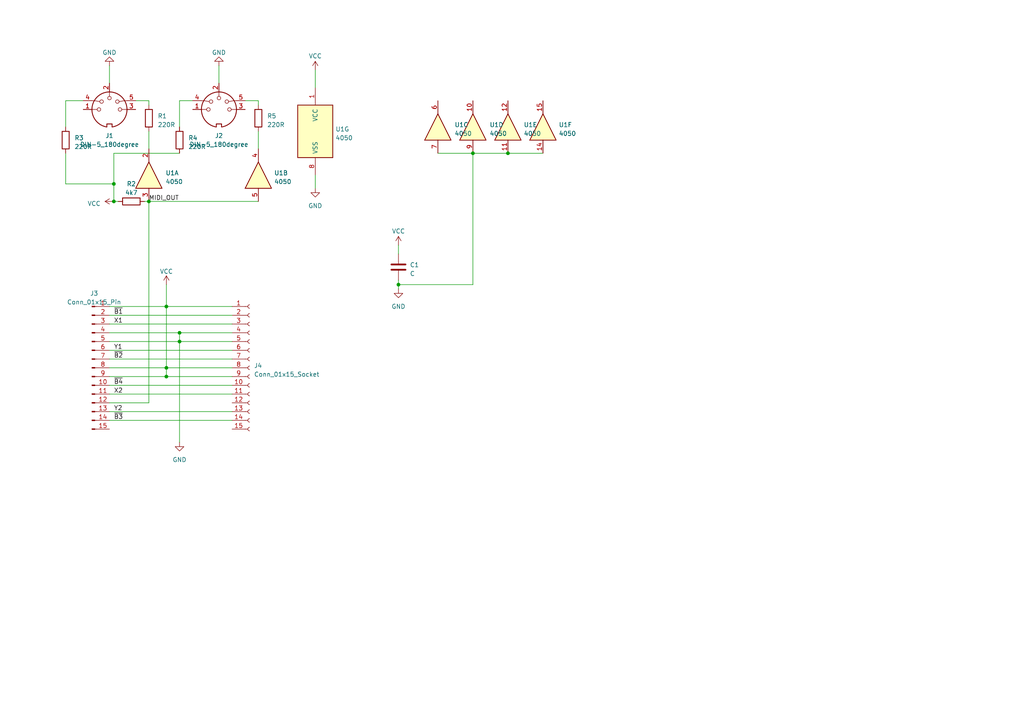
<source format=kicad_sch>
(kicad_sch (version 20230121) (generator eeschema)
  (paper "A4")
  (lib_symbols
    (symbol "4xxx:4050" (pin_names (offset 1.016))
      (property "Reference" "U" (at 0 1.27 0))
      (property "Value" "4050" (at 0 -1.27 0))
      (symbol "4050_1_0"
        (polyline (pts (xy -3.81 3.81) (xy -3.81 -3.81) (xy 3.81 0) (xy -3.81 3.81)) (stroke (width 0.254)) (fill (type background)))
        (pin output line (at 7.62 0 180) (length 3.81) (name "~") (number "2"))
        (pin input line (at -7.62 0 0) (length 3.81) (name "~") (number "3"))
      )
      (symbol "4050_2_0"
        (polyline (pts (xy -3.81 3.81) (xy -3.81 -3.81) (xy 3.81 0) (xy -3.81 3.81)) (stroke (width 0.254)) (fill (type background)))
        (pin output line (at 7.62 0 180) (length 3.81) (name "~") (number "4"))
        (pin input line (at -7.62 0 0) (length 3.81) (name "~") (number "5"))
      )
      (symbol "4050_3_0"
        (polyline (pts (xy -3.81 3.81) (xy -3.81 -3.81) (xy 3.81 0) (xy -3.81 3.81)) (stroke (width 0.254)) (fill (type background)))
        (pin output line (at 7.62 0 180) (length 3.81) (name "~") (number "6"))
        (pin input line (at -7.62 0 0) (length 3.81) (name "~") (number "7"))
      )
      (symbol "4050_4_0"
        (polyline (pts (xy -3.81 3.81) (xy -3.81 -3.81) (xy 3.81 0) (xy -3.81 3.81)) (stroke (width 0.254)) (fill (type background)))
        (pin output line (at 7.62 0 180) (length 3.81) (name "~") (number "10"))
        (pin input line (at -7.62 0 0) (length 3.81) (name "~") (number "9"))
      )
      (symbol "4050_5_0"
        (polyline (pts (xy -3.81 3.81) (xy -3.81 -3.81) (xy 3.81 0) (xy -3.81 3.81)) (stroke (width 0.254)) (fill (type background)))
        (pin input line (at -7.62 0 0) (length 3.81) (name "~") (number "11"))
        (pin output line (at 7.62 0 180) (length 3.81) (name "~") (number "12"))
      )
      (symbol "4050_6_0"
        (polyline (pts (xy -3.81 3.81) (xy -3.81 -3.81) (xy 3.81 0) (xy -3.81 3.81)) (stroke (width 0.254)) (fill (type background)))
        (pin input line (at -7.62 0 0) (length 3.81) (name "~") (number "14"))
        (pin output line (at 7.62 0 180) (length 3.81) (name "~") (number "15"))
      )
      (symbol "4050_7_0"
        (pin power_in line (at 0 12.7 270) (length 5.08) (name "VCC") (number "1"))
        (pin power_in line (at 0 -12.7 90) (length 5.08) (name "VSS") (number "8"))
      )
      (symbol "4050_7_1"
        (rectangle (start -5.08 7.62) (end 5.08 -7.62) (stroke (width 0.254)) (fill (type background)))
      )
    )
    (symbol "Connector:Conn_01x15_Pin" (pin_names (offset 1.016) hide)
      (property "Reference" "J" (at 0 20.32 0))
      (property "Value" "Conn_01x15_Pin" (at 0 -20.32 0))
      (symbol "Conn_01x15_Pin_1_1"
        (polyline (pts (xy 1.27 -17.78) (xy 0.8636 -17.78)) (stroke (width 0.1524)))
        (polyline (pts (xy 1.27 -15.24) (xy 0.8636 -15.24)) (stroke (width 0.1524)))
        (polyline (pts (xy 1.27 -12.7) (xy 0.8636 -12.7)) (stroke (width 0.1524)))
        (polyline (pts (xy 1.27 -10.16) (xy 0.8636 -10.16)) (stroke (width 0.1524)))
        (polyline (pts (xy 1.27 -7.62) (xy 0.8636 -7.62)) (stroke (width 0.1524)))
        (polyline (pts (xy 1.27 -5.08) (xy 0.8636 -5.08)) (stroke (width 0.1524)))
        (polyline (pts (xy 1.27 -2.54) (xy 0.8636 -2.54)) (stroke (width 0.1524)))
        (polyline (pts (xy 1.27 0) (xy 0.8636 0)) (stroke (width 0.1524)))
        (polyline (pts (xy 1.27 2.54) (xy 0.8636 2.54)) (stroke (width 0.1524)))
        (polyline (pts (xy 1.27 5.08) (xy 0.8636 5.08)) (stroke (width 0.1524)))
        (polyline (pts (xy 1.27 7.62) (xy 0.8636 7.62)) (stroke (width 0.1524)))
        (polyline (pts (xy 1.27 10.16) (xy 0.8636 10.16)) (stroke (width 0.1524)))
        (polyline (pts (xy 1.27 12.7) (xy 0.8636 12.7)) (stroke (width 0.1524)))
        (polyline (pts (xy 1.27 15.24) (xy 0.8636 15.24)) (stroke (width 0.1524)))
        (polyline (pts (xy 1.27 17.78) (xy 0.8636 17.78)) (stroke (width 0.1524)))
        (rectangle (start 0.8636 -17.653) (end 0 -17.907) (stroke (width 0.1524)) (fill (type outline)))
        (rectangle (start 0.8636 -15.113) (end 0 -15.367) (stroke (width 0.1524)) (fill (type outline)))
        (rectangle (start 0.8636 -12.573) (end 0 -12.827) (stroke (width 0.1524)) (fill (type outline)))
        (rectangle (start 0.8636 -10.033) (end 0 -10.287) (stroke (width 0.1524)) (fill (type outline)))
        (rectangle (start 0.8636 -7.493) (end 0 -7.747) (stroke (width 0.1524)) (fill (type outline)))
        (rectangle (start 0.8636 -4.953) (end 0 -5.207) (stroke (width 0.1524)) (fill (type outline)))
        (rectangle (start 0.8636 -2.413) (end 0 -2.667) (stroke (width 0.1524)) (fill (type outline)))
        (rectangle (start 0.8636 0.127) (end 0 -0.127) (stroke (width 0.1524)) (fill (type outline)))
        (rectangle (start 0.8636 2.667) (end 0 2.413) (stroke (width 0.1524)) (fill (type outline)))
        (rectangle (start 0.8636 5.207) (end 0 4.953) (stroke (width 0.1524)) (fill (type outline)))
        (rectangle (start 0.8636 7.747) (end 0 7.493) (stroke (width 0.1524)) (fill (type outline)))
        (rectangle (start 0.8636 10.287) (end 0 10.033) (stroke (width 0.1524)) (fill (type outline)))
        (rectangle (start 0.8636 12.827) (end 0 12.573) (stroke (width 0.1524)) (fill (type outline)))
        (rectangle (start 0.8636 15.367) (end 0 15.113) (stroke (width 0.1524)) (fill (type outline)))
        (rectangle (start 0.8636 17.907) (end 0 17.653) (stroke (width 0.1524)) (fill (type outline)))
        (pin passive line (at 5.08 17.78 180) (length 3.81) (name "Pin_1") (number "1"))
        (pin passive line (at 5.08 -5.08 180) (length 3.81) (name "Pin_10") (number "10"))
        (pin passive line (at 5.08 -7.62 180) (length 3.81) (name "Pin_11") (number "11"))
        (pin passive line (at 5.08 -10.16 180) (length 3.81) (name "Pin_12") (number "12"))
        (pin passive line (at 5.08 -12.7 180) (length 3.81) (name "Pin_13") (number "13"))
        (pin passive line (at 5.08 -15.24 180) (length 3.81) (name "Pin_14") (number "14"))
        (pin passive line (at 5.08 -17.78 180) (length 3.81) (name "Pin_15") (number "15"))
        (pin passive line (at 5.08 15.24 180) (length 3.81) (name "Pin_2") (number "2"))
        (pin passive line (at 5.08 12.7 180) (length 3.81) (name "Pin_3") (number "3"))
        (pin passive line (at 5.08 10.16 180) (length 3.81) (name "Pin_4") (number "4"))
        (pin passive line (at 5.08 7.62 180) (length 3.81) (name "Pin_5") (number "5"))
        (pin passive line (at 5.08 5.08 180) (length 3.81) (name "Pin_6") (number "6"))
        (pin passive line (at 5.08 2.54 180) (length 3.81) (name "Pin_7") (number "7"))
        (pin passive line (at 5.08 0 180) (length 3.81) (name "Pin_8") (number "8"))
        (pin passive line (at 5.08 -2.54 180) (length 3.81) (name "Pin_9") (number "9"))
      )
    )
    (symbol "Connector:Conn_01x15_Socket" (pin_names (offset 1.016) hide)
      (property "Reference" "J" (at 0 20.32 0))
      (property "Value" "Conn_01x15_Socket" (at 0 -20.32 0))
      (symbol "Conn_01x15_Socket_1_1"
        (arc (start 0 -17.272) (mid -0.5058 -17.78) (end 0 -18.288) (stroke (width 0.1524)))
        (arc (start 0 -14.732) (mid -0.5058 -15.24) (end 0 -15.748) (stroke (width 0.1524)))
        (arc (start 0 -12.192) (mid -0.5058 -12.7) (end 0 -13.208) (stroke (width 0.1524)))
        (arc (start 0 -9.652) (mid -0.5058 -10.16) (end 0 -10.668) (stroke (width 0.1524)))
        (arc (start 0 -7.112) (mid -0.5058 -7.62) (end 0 -8.128) (stroke (width 0.1524)))
        (arc (start 0 -4.572) (mid -0.5058 -5.08) (end 0 -5.588) (stroke (width 0.1524)))
        (arc (start 0 -2.032) (mid -0.5058 -2.54) (end 0 -3.048) (stroke (width 0.1524)))
        (polyline (pts (xy -1.27 -17.78) (xy -0.508 -17.78)) (stroke (width 0.1524)))
        (polyline (pts (xy -1.27 -15.24) (xy -0.508 -15.24)) (stroke (width 0.1524)))
        (polyline (pts (xy -1.27 -12.7) (xy -0.508 -12.7)) (stroke (width 0.1524)))
        (polyline (pts (xy -1.27 -10.16) (xy -0.508 -10.16)) (stroke (width 0.1524)))
        (polyline (pts (xy -1.27 -7.62) (xy -0.508 -7.62)) (stroke (width 0.1524)))
        (polyline (pts (xy -1.27 -5.08) (xy -0.508 -5.08)) (stroke (width 0.1524)))
        (polyline (pts (xy -1.27 -2.54) (xy -0.508 -2.54)) (stroke (width 0.1524)))
        (polyline (pts (xy -1.27 0) (xy -0.508 0)) (stroke (width 0.1524)))
        (polyline (pts (xy -1.27 2.54) (xy -0.508 2.54)) (stroke (width 0.1524)))
        (polyline (pts (xy -1.27 5.08) (xy -0.508 5.08)) (stroke (width 0.1524)))
        (polyline (pts (xy -1.27 7.62) (xy -0.508 7.62)) (stroke (width 0.1524)))
        (polyline (pts (xy -1.27 10.16) (xy -0.508 10.16)) (stroke (width 0.1524)))
        (polyline (pts (xy -1.27 12.7) (xy -0.508 12.7)) (stroke (width 0.1524)))
        (polyline (pts (xy -1.27 15.24) (xy -0.508 15.24)) (stroke (width 0.1524)))
        (polyline (pts (xy -1.27 17.78) (xy -0.508 17.78)) (stroke (width 0.1524)))
        (arc (start 0 0.508) (mid -0.5058 0) (end 0 -0.508) (stroke (width 0.1524)))
        (arc (start 0 3.048) (mid -0.5058 2.54) (end 0 2.032) (stroke (width 0.1524)))
        (arc (start 0 5.588) (mid -0.5058 5.08) (end 0 4.572) (stroke (width 0.1524)))
        (arc (start 0 8.128) (mid -0.5058 7.62) (end 0 7.112) (stroke (width 0.1524)))
        (arc (start 0 10.668) (mid -0.5058 10.16) (end 0 9.652) (stroke (width 0.1524)))
        (arc (start 0 13.208) (mid -0.5058 12.7) (end 0 12.192) (stroke (width 0.1524)))
        (arc (start 0 15.748) (mid -0.5058 15.24) (end 0 14.732) (stroke (width 0.1524)))
        (arc (start 0 18.288) (mid -0.5058 17.78) (end 0 17.272) (stroke (width 0.1524)))
        (pin passive line (at -5.08 17.78 0) (length 3.81) (name "Pin_1") (number "1"))
        (pin passive line (at -5.08 -5.08 0) (length 3.81) (name "Pin_10") (number "10"))
        (pin passive line (at -5.08 -7.62 0) (length 3.81) (name "Pin_11") (number "11"))
        (pin passive line (at -5.08 -10.16 0) (length 3.81) (name "Pin_12") (number "12"))
        (pin passive line (at -5.08 -12.7 0) (length 3.81) (name "Pin_13") (number "13"))
        (pin passive line (at -5.08 -15.24 0) (length 3.81) (name "Pin_14") (number "14"))
        (pin passive line (at -5.08 -17.78 0) (length 3.81) (name "Pin_15") (number "15"))
        (pin passive line (at -5.08 15.24 0) (length 3.81) (name "Pin_2") (number "2"))
        (pin passive line (at -5.08 12.7 0) (length 3.81) (name "Pin_3") (number "3"))
        (pin passive line (at -5.08 10.16 0) (length 3.81) (name "Pin_4") (number "4"))
        (pin passive line (at -5.08 7.62 0) (length 3.81) (name "Pin_5") (number "5"))
        (pin passive line (at -5.08 5.08 0) (length 3.81) (name "Pin_6") (number "6"))
        (pin passive line (at -5.08 2.54 0) (length 3.81) (name "Pin_7") (number "7"))
        (pin passive line (at -5.08 0 0) (length 3.81) (name "Pin_8") (number "8"))
        (pin passive line (at -5.08 -2.54 0) (length 3.81) (name "Pin_9") (number "9"))
      )
    )
    (symbol "Connector:DIN-5_180degree" (pin_names (offset 1.016))
      (property "Reference" "J" (at 3.175 5.715 0))
      (property "Value" "DIN-5_180degree" (at 0 -6.35 0))
      (symbol "DIN-5_180degree_0_1"
        (arc (start -5.08 0) (mid -3.8609 -3.3364) (end -0.762 -5.08) (stroke (width 0.254)))
        (circle (center -3.048 0) (radius 0.508))
        (circle (center -2.286 2.286) (radius 0.508))
        (polyline (pts (xy -5.08 0) (xy -3.556 0)))
        (polyline (pts (xy 0 5.08) (xy 0 3.81)))
        (polyline (pts (xy 5.08 0) (xy 3.556 0)))
        (polyline (pts (xy -5.08 2.54) (xy -4.318 2.54) (xy -2.794 2.286)))
        (polyline (pts (xy 5.08 2.54) (xy 4.318 2.54) (xy 2.794 2.286)))
        (polyline (pts (xy -0.762 -4.953) (xy -0.762 -4.191) (xy 0.762 -4.191) (xy 0.762 -4.953)) (stroke (width 0.254)))
        (circle (center 0 3.302) (radius 0.508))
        (arc (start 0.762 -5.08) (mid 3.8685 -3.343) (end 5.08 0) (stroke (width 0.254)))
        (circle (center 2.286 2.286) (radius 0.508))
        (circle (center 3.048 0) (radius 0.508))
        (arc (start 5.08 0) (mid 0 5.0579) (end -5.08 0) (stroke (width 0.254)))
      )
      (symbol "DIN-5_180degree_1_1"
        (pin passive line (at -7.62 0 0) (length 2.54) (name "~") (number "1"))
        (pin passive line (at 0 7.62 270) (length 2.54) (name "~") (number "2"))
        (pin passive line (at 7.62 0 180) (length 2.54) (name "~") (number "3"))
        (pin passive line (at -7.62 2.54 0) (length 2.54) (name "~") (number "4"))
        (pin passive line (at 7.62 2.54 180) (length 2.54) (name "~") (number "5"))
      )
    )
    (symbol "Device:C" (pin_numbers hide) (pin_names (offset 0.254))
      (property "Reference" "C" (at 0.635 2.54 0))
      (property "Value" "C" (at 0.635 -2.54 0))
      (symbol "C_0_1"
        (polyline (pts (xy -2.032 -0.762) (xy 2.032 -0.762)) (stroke (width 0.508)))
        (polyline (pts (xy -2.032 0.762) (xy 2.032 0.762)) (stroke (width 0.508)))
      )
      (symbol "C_1_1"
        (pin passive line (at 0 3.81 270) (length 2.794) (name "~") (number "1"))
        (pin passive line (at 0 -3.81 90) (length 2.794) (name "~") (number "2"))
      )
    )
    (symbol "Device:R" (pin_numbers hide) (pin_names (offset 0))
      (property "Reference" "R" (at 2.032 0 90))
      (property "Value" "R" (at 0 0 90))
      (symbol "R_0_1"
        (rectangle (start -1.016 -2.54) (end 1.016 2.54) (stroke (width 0.254)))
      )
      (symbol "R_1_1"
        (pin passive line (at 0 3.81 270) (length 1.27) (name "~") (number "1"))
        (pin passive line (at 0 -3.81 90) (length 1.27) (name "~") (number "2"))
      )
    )
    (symbol "power:GND" (power) (pin_names (offset 0))
      (property "Value" "GND" (at 0 -3.81 0))
      (symbol "GND_0_1"
        (polyline (pts (xy 0 0) (xy 0 -1.27) (xy 1.27 -1.27) (xy 0 -2.54) (xy -1.27 -1.27) (xy 0 -1.27)))
      )
      (symbol "GND_1_1"
        (pin power_in line (at 0 0 270) (length 0) hide (name "GND") (number "1"))
      )
    )
    (symbol "power:VCC" (power) (pin_names (offset 0))
      (property "Value" "VCC" (at 0 3.81 0))
      (symbol "VCC_0_1"
        (polyline (pts (xy -0.762 1.27) (xy 0 2.54)))
        (polyline (pts (xy 0 0) (xy 0 2.54)))
        (polyline (pts (xy 0 2.54) (xy 0.762 1.27)))
      )
      (symbol "VCC_1_1"
        (pin power_in line (at 0 0 90) (length 0) hide (name "VCC") (number "1"))
      )
    )
  )
  (junction (at 48.26 106.68))
  (junction (at 33.02 53.34))
  (junction (at 147.32 44.45))
  (junction (at 43.18 58.42))
  (junction (at 48.26 88.9))
  (junction (at 52.07 99.06))
  (junction (at 52.07 96.52))
  (junction (at 137.16 44.45))
  (junction (at 33.02 58.42))
  (junction (at 115.57 82.55))
  (junction (at 48.26 109.22))
  (wire (pts (xy 39.37 29.21) (xy 43.18 29.21)))
  (wire (pts (xy 115.57 82.55) (xy 115.57 83.82)))
  (wire (pts (xy 115.57 82.55) (xy 137.16 82.55)))
  (wire (pts (xy 43.18 116.84) (xy 43.18 58.42)))
  (wire (pts (xy 43.18 58.42) (xy 74.93 58.42)))
  (wire (pts (xy 91.44 50.8) (xy 91.44 54.61)))
  (wire (pts (xy 71.12 29.21) (xy 74.93 29.21)))
  (wire (pts (xy 147.32 44.45) (xy 157.48 44.45)))
  (wire (pts (xy 91.44 20.32) (xy 91.44 25.4)))
  (wire (pts (xy 48.26 109.22) (xy 67.31 109.22)))
  (wire (pts (xy 115.57 71.12) (xy 115.57 73.66)))
  (wire (pts (xy 48.26 109.22) (xy 48.26 106.68)))
  (wire (pts (xy 43.18 38.1) (xy 43.18 43.18)))
  (wire (pts (xy 52.07 99.06) (xy 52.07 128.27)))
  (wire (pts (xy 43.18 29.21) (xy 43.18 30.48)))
  (wire (pts (xy 19.05 53.34) (xy 33.02 53.34)))
  (wire (pts (xy 19.05 36.83) (xy 19.05 29.21)))
  (wire (pts (xy 52.07 99.06) (xy 67.31 99.06)))
  (wire (pts (xy 127 44.45) (xy 137.16 44.45)))
  (wire (pts (xy 137.16 44.45) (xy 147.32 44.45)))
  (wire (pts (xy 33.02 53.34) (xy 33.02 58.42)))
  (wire (pts (xy 33.02 44.45) (xy 33.02 53.34)))
  (wire (pts (xy 63.5 19.05) (xy 63.5 24.13)))
  (wire (pts (xy 74.93 38.1) (xy 74.93 43.18)))
  (wire (pts (xy 74.93 30.48) (xy 74.93 29.21)))
  (wire (pts (xy 31.75 99.06) (xy 52.07 99.06)))
  (wire (pts (xy 31.75 104.14) (xy 67.31 104.14)))
  (wire (pts (xy 31.75 93.98) (xy 67.31 93.98)))
  (wire (pts (xy 19.05 44.45) (xy 19.05 53.34)))
  (wire (pts (xy 31.75 121.92) (xy 67.31 121.92)))
  (wire (pts (xy 31.75 96.52) (xy 52.07 96.52)))
  (wire (pts (xy 48.26 106.68) (xy 48.26 88.9)))
  (wire (pts (xy 48.26 106.68) (xy 67.31 106.68)))
  (wire (pts (xy 52.07 29.21) (xy 55.88 29.21)))
  (wire (pts (xy 48.26 88.9) (xy 48.26 82.55)))
  (wire (pts (xy 31.75 106.68) (xy 48.26 106.68)))
  (wire (pts (xy 31.75 119.38) (xy 67.31 119.38)))
  (wire (pts (xy 31.75 116.84) (xy 43.18 116.84)))
  (wire (pts (xy 31.75 114.3) (xy 67.31 114.3)))
  (wire (pts (xy 137.16 82.55) (xy 137.16 44.45)))
  (wire (pts (xy 52.07 36.83) (xy 52.07 29.21)))
  (wire (pts (xy 31.75 109.22) (xy 48.26 109.22)))
  (wire (pts (xy 19.05 29.21) (xy 24.13 29.21)))
  (wire (pts (xy 31.75 88.9) (xy 48.26 88.9)))
  (wire (pts (xy 52.07 96.52) (xy 67.31 96.52)))
  (wire (pts (xy 31.75 91.44) (xy 67.31 91.44)))
  (wire (pts (xy 115.57 81.28) (xy 115.57 82.55)))
  (wire (pts (xy 48.26 88.9) (xy 67.31 88.9)))
  (wire (pts (xy 41.91 58.42) (xy 43.18 58.42)))
  (wire (pts (xy 31.75 19.05) (xy 31.75 24.13)))
  (wire (pts (xy 33.02 58.42) (xy 34.29 58.42)))
  (wire (pts (xy 31.75 101.6) (xy 67.31 101.6)))
  (wire (pts (xy 31.75 111.76) (xy 67.31 111.76)))
  (wire (pts (xy 52.07 96.52) (xy 52.07 99.06)))
  (wire (pts (xy 52.07 44.45) (xy 33.02 44.45)))
  (label "MIDI_OUT" (at 43.18 58.42 0))
  (label "~{B4}" (at 33.02 111.76 0))
  (label "Y2" (at 33.02 119.38 0))
  (label "~{B2}" (at 33.02 104.14 0))
  (label "Y1" (at 33.02 101.6 0))
  (label "~{B1}" (at 33.02 91.44 0))
  (label "~{B3}" (at 33.02 121.92 0))
  (label "X2" (at 33.02 114.3 0))
  (label "X1" (at 33.02 93.98 0))
  (symbol (lib_id "Device:C") (at 115.57 77.47 0) (unit 1)
    (property "Reference" "C1" (at 118.872 76.835 0) (effects (justify left)))
    (property "Value" "C" (at 118.872 79.375 0) (effects (justify left)))
    (property "Footprint" "Capacitor_THT:CP_Radial_Tantal_D4.5mm_P5.00mm" (effects hide))
  )
  (symbol (lib_id "power:GND") (at 31.75 19.05 180) (unit 1)
    (property "Reference" "#PWR04" (effects hide))
    (property "Value" "GND" (at 31.75 15.24 0))
  )
  (symbol (lib_id "power:VCC") (at 33.02 58.42 90) (unit 1)
    (property "Reference" "#PWR03" (effects hide))
    (property "Value" "VCC" (at 29.21 59.055 90) (effects (justify left)))
  )
  (symbol (lib_id "Device:R") (at 38.1 58.42 270) (unit 1)
    (property "Reference" "R2" (at 38.1 53.34 90))
    (property "Value" "4k7" (at 38.1 55.88 90))
    (property "Footprint" "Resistor_THT:R_Axial_DIN0207_L6.3mm_D2.5mm_P10.16mm_Horizontal" (effects hide))
  )
  (symbol (lib_id "4xxx:4050") (at 127 36.83 90) (unit 3)
    (property "Reference" "U1" (at 131.826 36.195 90) (effects (justify right)))
    (property "Value" "4050" (at 131.826 38.735 90) (effects (justify right)))
    (property "Footprint" "Package_DIP:DIP-16_W7.62mm" (effects hide))
    (property "Datasheet" "http://www.intersil.com/content/dam/intersil/documents/cd40/cd4050bms.pdf" (effects hide))
  )
  (symbol (lib_id "4xxx:4050") (at 43.18 50.8 90) (unit 1)
    (property "Reference" "U1" (at 48.006 50.165 90) (effects (justify right)))
    (property "Value" "4050" (at 48.006 52.705 90) (effects (justify right)))
    (property "Footprint" "Package_DIP:DIP-16_W7.62mm" (effects hide))
    (property "Datasheet" "http://www.intersil.com/content/dam/intersil/documents/cd40/cd4050bms.pdf" (effects hide))
  )
  (symbol (lib_id "4xxx:4050") (at 157.48 36.83 90) (unit 6)
    (property "Reference" "U1" (at 162.052 36.195 90) (effects (justify right)))
    (property "Value" "4050" (at 162.052 38.735 90) (effects (justify right)))
    (property "Footprint" "Package_DIP:DIP-16_W7.62mm" (effects hide))
    (property "Datasheet" "http://www.intersil.com/content/dam/intersil/documents/cd40/cd4050bms.pdf" (effects hide))
  )
  (symbol (lib_id "Connector:Conn_01x15_Socket") (at 72.39 106.68 0) (unit 1)
    (property "Reference" "J4" (at 73.66 106.045 0) (effects (justify left)))
    (property "Value" "Conn_01x15_Socket" (at 73.66 108.585 0) (effects (justify left)))
    (property "Footprint" "Connector_Dsub:DSUB-15_Female_Horizontal_P2.77x2.84mm_EdgePinOffset7.70mm_Housed_MountingHolesOffset9.12mm" (effects hide))
  )
  (symbol (lib_id "4xxx:4050") (at 74.93 50.8 90) (unit 2)
    (property "Reference" "U1" (at 79.502 50.165 90) (effects (justify right)))
    (property "Value" "4050" (at 79.502 52.705 90) (effects (justify right)))
    (property "Footprint" "Package_DIP:DIP-16_W7.62mm" (effects hide))
    (property "Datasheet" "http://www.intersil.com/content/dam/intersil/documents/cd40/cd4050bms.pdf" (effects hide))
  )
  (symbol (lib_id "Device:R") (at 43.18 34.29 0) (unit 1)
    (property "Reference" "R1" (at 45.72 33.655 0) (effects (justify left)))
    (property "Value" "220R" (at 45.72 36.195 0) (effects (justify left)))
    (property "Footprint" "Resistor_THT:R_Axial_DIN0207_L6.3mm_D2.5mm_P10.16mm_Horizontal" (effects hide))
  )
  (symbol (lib_id "Connector:Conn_01x15_Pin") (at 26.67 106.68 0) (unit 1)
    (property "Reference" "J3" (at 27.305 85.09 0))
    (property "Value" "Conn_01x15_Pin" (at 27.305 87.63 0))
    (property "Footprint" "Connector_Dsub:DSUB-15_Male_Horizontal_P2.77x2.84mm_EdgePinOffset7.70mm_Housed_MountingHolesOffset9.12mm" (effects hide))
  )
  (symbol (lib_id "Device:R") (at 52.07 40.64 0) (unit 1)
    (property "Reference" "R4" (at 54.61 40.005 0) (effects (justify left)))
    (property "Value" "220R" (at 54.61 42.545 0) (effects (justify left)))
    (property "Footprint" "Resistor_THT:R_Axial_DIN0207_L6.3mm_D2.5mm_P10.16mm_Horizontal" (effects hide))
  )
  (symbol (lib_id "power:GND") (at 63.5 19.05 180) (unit 1)
    (property "Reference" "#PWR09" (effects hide))
    (property "Value" "GND" (at 63.5 15.24 0))
  )
  (symbol (lib_id "power:VCC") (at 115.57 71.12 0) (unit 1)
    (property "Reference" "#PWR07" (effects hide))
    (property "Value" "VCC" (at 115.57 67.056 0))
  )
  (symbol (lib_id "power:VCC") (at 48.26 82.55 0) (unit 1)
    (property "Reference" "#PWR05" (effects hide))
    (property "Value" "VCC" (at 48.26 78.74 0))
  )
  (symbol (lib_id "Connector:DIN-5_180degree") (at 31.75 31.75 0) (unit 1)
    (property "Reference" "J1" (at 31.7501 39.37 0))
    (property "Value" "DIN-5_180degree" (at 31.7501 41.91 0))
    (property "Footprint" "Eurocad:MIDI_DIN5" (effects hide))
    (property "Datasheet" "http://www.mouser.com/ds/2/18/40_c091_abd_e-75918.pdf" (effects hide))
  )
  (symbol (lib_id "4xxx:4050") (at 91.44 38.1 0) (unit 7)
    (property "Reference" "U1" (at 97.282 37.465 0) (effects (justify left)))
    (property "Value" "4050" (at 97.282 40.005 0) (effects (justify left)))
    (property "Footprint" "Package_DIP:DIP-16_W7.62mm" (effects hide))
    (property "Datasheet" "http://www.intersil.com/content/dam/intersil/documents/cd40/cd4050bms.pdf" (effects hide))
  )
  (symbol (lib_id "4xxx:4050") (at 147.32 36.83 90) (unit 5)
    (property "Reference" "U1" (at 151.892 36.195 90) (effects (justify right)))
    (property "Value" "4050" (at 151.892 38.735 90) (effects (justify right)))
    (property "Footprint" "Package_DIP:DIP-16_W7.62mm" (effects hide))
    (property "Datasheet" "http://www.intersil.com/content/dam/intersil/documents/cd40/cd4050bms.pdf" (effects hide))
  )
  (symbol (lib_id "power:GND") (at 52.07 128.27 0) (unit 1)
    (property "Reference" "#PWR06" (effects hide))
    (property "Value" "GND" (at 52.07 133.35 0))
  )
  (symbol (lib_id "Device:R") (at 74.93 34.29 0) (unit 1)
    (property "Reference" "R5" (at 77.47 33.655 0) (effects (justify left)))
    (property "Value" "220R" (at 77.47 36.195 0) (effects (justify left)))
    (property "Footprint" "Resistor_THT:R_Axial_DIN0207_L6.3mm_D2.5mm_P10.16mm_Horizontal" (effects hide))
  )
  (symbol (lib_id "power:GND") (at 91.44 54.61 0) (unit 1)
    (property "Reference" "#PWR01" (effects hide))
    (property "Value" "GND" (at 91.44 59.69 0))
  )
  (symbol (lib_id "power:GND") (at 115.57 83.82 0) (unit 1)
    (property "Reference" "#PWR08" (effects hide))
    (property "Value" "GND" (at 115.57 88.9 0))
  )
  (symbol (lib_id "Device:R") (at 19.05 40.64 0) (unit 1)
    (property "Reference" "R3" (at 21.59 40.005 0) (effects (justify left)))
    (property "Value" "220R" (at 21.59 42.545 0) (effects (justify left)))
    (property "Footprint" "Resistor_THT:R_Axial_DIN0207_L6.3mm_D2.5mm_P10.16mm_Horizontal" (effects hide))
  )
  (symbol (lib_id "power:VCC") (at 91.44 20.32 0) (unit 1)
    (property "Reference" "#PWR02" (effects hide))
    (property "Value" "VCC" (at 91.44 16.256 0))
  )
  (symbol (lib_id "4xxx:4050") (at 137.16 36.83 90) (unit 4)
    (property "Reference" "U1" (at 141.986 36.195 90) (effects (justify right)))
    (property "Value" "4050" (at 141.986 38.735 90) (effects (justify right)))
    (property "Footprint" "Package_DIP:DIP-16_W7.62mm" (effects hide))
    (property "Datasheet" "http://www.intersil.com/content/dam/intersil/documents/cd40/cd4050bms.pdf" (effects hide))
  )
  (symbol (lib_id "Connector:DIN-5_180degree") (at 63.5 31.75 0) (unit 1)
    (property "Reference" "J2" (at 63.5001 39.37 0))
    (property "Value" "DIN-5_180degree" (at 63.5001 41.91 0))
    (property "Footprint" "Eurocad:MIDI_DIN5" (effects hide))
    (property "Datasheet" "http://www.mouser.com/ds/2/18/40_c091_abd_e-75918.pdf" (effects hide))
  )
)
</source>
